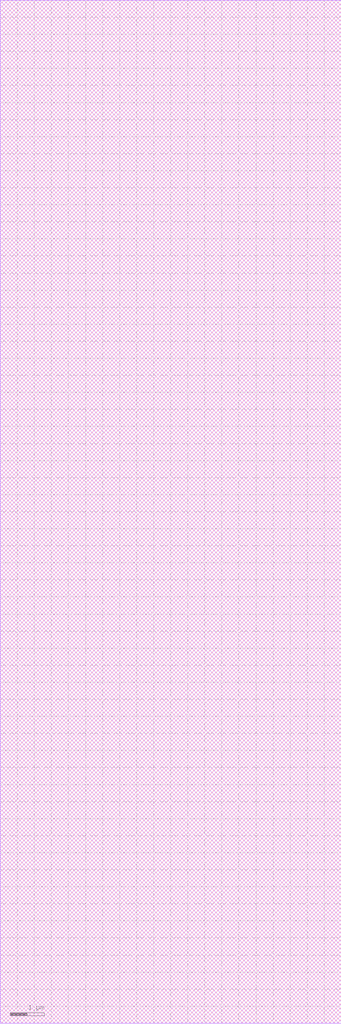
<source format=lef>
VERSION 5.7 ;
  NOWIREEXTENSIONATPIN ON ;
  DIVIDERCHAR "/" ;
  BUSBITCHARS "[]" ;
MACRO emptybox_10_30
  CLASS BLOCK ;
  FOREIGN emptybox_10_30 ;
  ORIGIN 0.000 0.000 ;
  SIZE 10.000 BY 30.000 ;
  OBS
      LAYER met1 ;
        RECT 0 0 10 30 ;
  END
END emptybox_10_30
END LIBRARY


</source>
